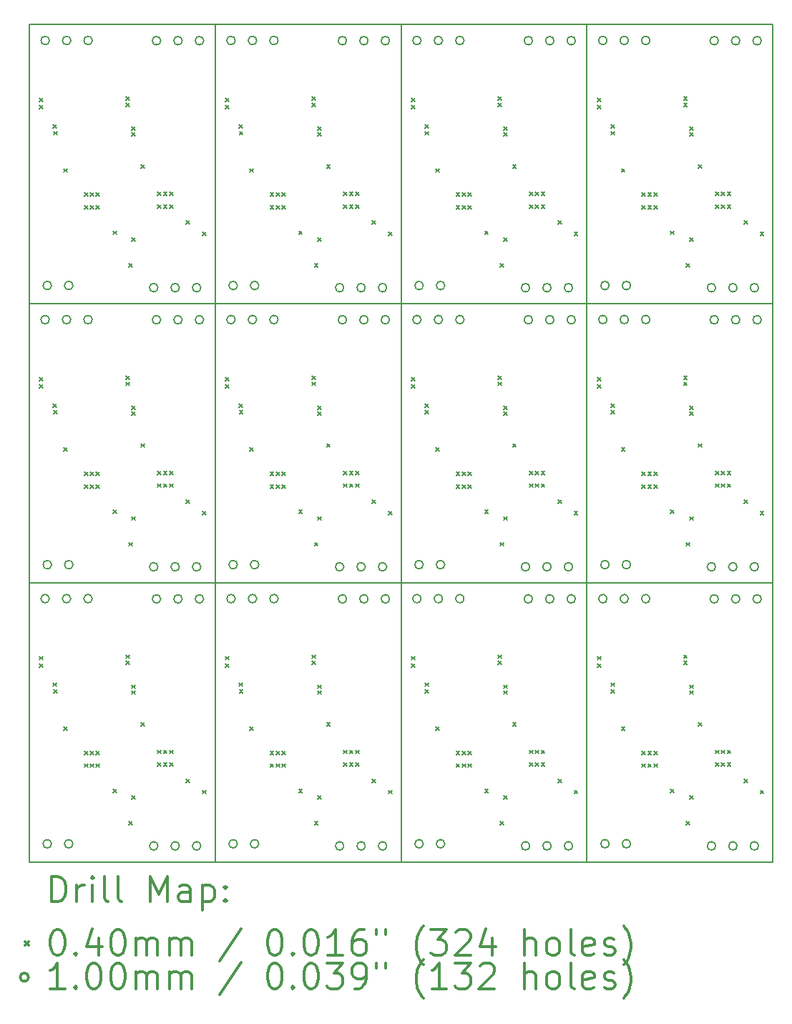
<source format=gbr>
%FSLAX45Y45*%
G04 Gerber Fmt 4.5, Leading zero omitted, Abs format (unit mm)*
G04 Created by KiCad (PCBNEW 4.0.2-stable) date 11/12/2017 10:54:55 AM*
%MOMM*%
G01*
G04 APERTURE LIST*
%ADD10C,0.127000*%
%ADD11C,0.150000*%
%ADD12C,0.200000*%
%ADD13C,0.300000*%
G04 APERTURE END LIST*
D10*
D11*
X10200000Y-11100000D02*
X10200000Y-14400000D01*
X12400000Y-11100000D02*
X12400000Y-14400000D01*
X12400000Y-14400000D02*
X12400000Y-11100000D01*
X12400000Y-14400000D02*
X10200000Y-14400000D01*
X10200000Y-14400000D02*
X8000000Y-14400000D01*
X8000000Y-14400000D02*
X8000000Y-11100000D01*
X10200000Y-14400000D02*
X10200000Y-11100000D01*
X10200000Y-11100000D02*
X12400000Y-11100000D01*
X12400000Y-11100000D02*
X10200000Y-11100000D01*
X8000000Y-11100000D02*
X10200000Y-11100000D01*
X10200000Y-11100000D02*
X8000000Y-11100000D01*
X14600000Y-14400000D02*
X14600000Y-11100000D01*
X14600000Y-14400000D02*
X12400000Y-14400000D01*
X14600000Y-11100000D02*
X14600000Y-14400000D01*
X16800000Y-14400000D02*
X14600000Y-14400000D01*
X16800000Y-11100000D02*
X16800000Y-14400000D01*
X16800000Y-11100000D02*
X14600000Y-11100000D01*
X12400000Y-11100000D02*
X14600000Y-11100000D01*
X14600000Y-11100000D02*
X16800000Y-11100000D01*
X14600000Y-11100000D02*
X12400000Y-11100000D01*
X14600000Y-7800000D02*
X14600000Y-11100000D01*
X16800000Y-11100000D02*
X14600000Y-11100000D01*
X16800000Y-7800000D02*
X16800000Y-11100000D01*
X14600000Y-7800000D02*
X16800000Y-7800000D01*
X12400000Y-11100000D02*
X10200000Y-11100000D01*
X10200000Y-11100000D02*
X8000000Y-11100000D01*
X8000000Y-11100000D02*
X8000000Y-7800000D01*
X8000000Y-7800000D02*
X10200000Y-7800000D01*
X10200000Y-7800000D02*
X10200000Y-11100000D01*
X10200000Y-7800000D02*
X12400000Y-7800000D01*
X10200000Y-11100000D02*
X10200000Y-7800000D01*
X12400000Y-7800000D02*
X14600000Y-7800000D01*
X12400000Y-11100000D02*
X12400000Y-7800000D01*
X14600000Y-11100000D02*
X14600000Y-7800000D01*
X14600000Y-11100000D02*
X12400000Y-11100000D01*
X12400000Y-7800000D02*
X12400000Y-11100000D01*
X14600000Y-7800000D02*
X14600000Y-4500000D01*
X12400000Y-7800000D02*
X12400000Y-4500000D01*
X12400000Y-4500000D02*
X14600000Y-4500000D01*
X14600000Y-4500000D02*
X14600000Y-7800000D01*
X16800000Y-7800000D02*
X14600000Y-7800000D01*
X16800000Y-4500000D02*
X16800000Y-7800000D01*
X14600000Y-4500000D02*
X16800000Y-4500000D01*
X14600000Y-7800000D02*
X12400000Y-7800000D01*
X12400000Y-7800000D02*
X10200000Y-7800000D01*
X10200000Y-7800000D02*
X10200000Y-4500000D01*
X10200000Y-4500000D02*
X12400000Y-4500000D01*
X12400000Y-4500000D02*
X12400000Y-7800000D01*
X8000000Y-7800000D02*
X8000000Y-4500000D01*
X10200000Y-7800000D02*
X8000000Y-7800000D01*
X10200000Y-4500000D02*
X10200000Y-7800000D01*
X8000000Y-4500000D02*
X10200000Y-4500000D01*
D12*
X8122240Y-5371540D02*
X8162240Y-5411540D01*
X8162240Y-5371540D02*
X8122240Y-5411540D01*
X8122240Y-5457900D02*
X8162240Y-5497900D01*
X8162240Y-5457900D02*
X8122240Y-5497900D01*
X8122240Y-8671540D02*
X8162240Y-8711540D01*
X8162240Y-8671540D02*
X8122240Y-8711540D01*
X8122240Y-8757900D02*
X8162240Y-8797900D01*
X8162240Y-8757900D02*
X8122240Y-8797900D01*
X8122240Y-11971540D02*
X8162240Y-12011540D01*
X8162240Y-11971540D02*
X8122240Y-12011540D01*
X8122240Y-12057900D02*
X8162240Y-12097900D01*
X8162240Y-12057900D02*
X8122240Y-12097900D01*
X8284800Y-5683580D02*
X8324800Y-5723580D01*
X8324800Y-5683580D02*
X8284800Y-5723580D01*
X8284800Y-8983580D02*
X8324800Y-9023580D01*
X8324800Y-8983580D02*
X8284800Y-9023580D01*
X8284800Y-12283580D02*
X8324800Y-12323580D01*
X8324800Y-12283580D02*
X8284800Y-12323580D01*
X8287340Y-5764860D02*
X8327340Y-5804860D01*
X8327340Y-5764860D02*
X8287340Y-5804860D01*
X8287340Y-9064860D02*
X8327340Y-9104860D01*
X8327340Y-9064860D02*
X8287340Y-9104860D01*
X8287340Y-12364860D02*
X8327340Y-12404860D01*
X8327340Y-12364860D02*
X8287340Y-12404860D01*
X8409260Y-6204280D02*
X8449260Y-6244280D01*
X8449260Y-6204280D02*
X8409260Y-6244280D01*
X8409260Y-9504280D02*
X8449260Y-9544280D01*
X8449260Y-9504280D02*
X8409260Y-9544280D01*
X8409260Y-12804280D02*
X8449260Y-12844280D01*
X8449260Y-12804280D02*
X8409260Y-12844280D01*
X8652340Y-6490160D02*
X8692340Y-6530160D01*
X8692340Y-6490160D02*
X8652340Y-6530160D01*
X8652340Y-6640160D02*
X8692340Y-6680160D01*
X8692340Y-6640160D02*
X8652340Y-6680160D01*
X8652340Y-9790160D02*
X8692340Y-9830160D01*
X8692340Y-9790160D02*
X8652340Y-9830160D01*
X8652340Y-9940160D02*
X8692340Y-9980160D01*
X8692340Y-9940160D02*
X8652340Y-9980160D01*
X8652340Y-13090160D02*
X8692340Y-13130160D01*
X8692340Y-13090160D02*
X8652340Y-13130160D01*
X8652340Y-13240160D02*
X8692340Y-13280160D01*
X8692340Y-13240160D02*
X8652340Y-13280160D01*
X8722340Y-6490160D02*
X8762340Y-6530160D01*
X8762340Y-6490160D02*
X8722340Y-6530160D01*
X8722340Y-6640160D02*
X8762340Y-6680160D01*
X8762340Y-6640160D02*
X8722340Y-6680160D01*
X8722340Y-9790160D02*
X8762340Y-9830160D01*
X8762340Y-9790160D02*
X8722340Y-9830160D01*
X8722340Y-9940160D02*
X8762340Y-9980160D01*
X8762340Y-9940160D02*
X8722340Y-9980160D01*
X8722340Y-13090160D02*
X8762340Y-13130160D01*
X8762340Y-13090160D02*
X8722340Y-13130160D01*
X8722340Y-13240160D02*
X8762340Y-13280160D01*
X8762340Y-13240160D02*
X8722340Y-13280160D01*
X8792340Y-6490160D02*
X8832340Y-6530160D01*
X8832340Y-6490160D02*
X8792340Y-6530160D01*
X8792340Y-6640160D02*
X8832340Y-6680160D01*
X8832340Y-6640160D02*
X8792340Y-6680160D01*
X8792340Y-9790160D02*
X8832340Y-9830160D01*
X8832340Y-9790160D02*
X8792340Y-9830160D01*
X8792340Y-9940160D02*
X8832340Y-9980160D01*
X8832340Y-9940160D02*
X8792340Y-9980160D01*
X8792340Y-13090160D02*
X8832340Y-13130160D01*
X8832340Y-13090160D02*
X8792340Y-13130160D01*
X8792340Y-13240160D02*
X8832340Y-13280160D01*
X8832340Y-13240160D02*
X8792340Y-13280160D01*
X8990920Y-6940880D02*
X9030920Y-6980880D01*
X9030920Y-6940880D02*
X8990920Y-6980880D01*
X8990920Y-10240880D02*
X9030920Y-10280880D01*
X9030920Y-10240880D02*
X8990920Y-10280880D01*
X8990920Y-13540880D02*
X9030920Y-13580880D01*
X9030920Y-13540880D02*
X8990920Y-13580880D01*
X9145860Y-5353760D02*
X9185860Y-5393760D01*
X9185860Y-5353760D02*
X9145860Y-5393760D01*
X9145860Y-5427420D02*
X9185860Y-5467420D01*
X9185860Y-5427420D02*
X9145860Y-5467420D01*
X9145860Y-8653760D02*
X9185860Y-8693760D01*
X9185860Y-8653760D02*
X9145860Y-8693760D01*
X9145860Y-8727420D02*
X9185860Y-8767420D01*
X9185860Y-8727420D02*
X9145860Y-8767420D01*
X9145860Y-11953760D02*
X9185860Y-11993760D01*
X9185860Y-11953760D02*
X9145860Y-11993760D01*
X9145860Y-12027420D02*
X9185860Y-12067420D01*
X9185860Y-12027420D02*
X9145860Y-12067420D01*
X9176340Y-7324420D02*
X9216340Y-7364420D01*
X9216340Y-7324420D02*
X9176340Y-7364420D01*
X9176340Y-10624420D02*
X9216340Y-10664420D01*
X9216340Y-10624420D02*
X9176340Y-10664420D01*
X9176340Y-13924420D02*
X9216340Y-13964420D01*
X9216340Y-13924420D02*
X9176340Y-13964420D01*
X9214440Y-5708980D02*
X9254440Y-5748980D01*
X9254440Y-5708980D02*
X9214440Y-5748980D01*
X9214440Y-5777560D02*
X9254440Y-5817560D01*
X9254440Y-5777560D02*
X9214440Y-5817560D01*
X9214440Y-7019620D02*
X9254440Y-7059620D01*
X9254440Y-7019620D02*
X9214440Y-7059620D01*
X9214440Y-9008980D02*
X9254440Y-9048980D01*
X9254440Y-9008980D02*
X9214440Y-9048980D01*
X9214440Y-9077560D02*
X9254440Y-9117560D01*
X9254440Y-9077560D02*
X9214440Y-9117560D01*
X9214440Y-10319620D02*
X9254440Y-10359620D01*
X9254440Y-10319620D02*
X9214440Y-10359620D01*
X9214440Y-12308980D02*
X9254440Y-12348980D01*
X9254440Y-12308980D02*
X9214440Y-12348980D01*
X9214440Y-12377560D02*
X9254440Y-12417560D01*
X9254440Y-12377560D02*
X9214440Y-12417560D01*
X9214440Y-13619620D02*
X9254440Y-13659620D01*
X9254440Y-13619620D02*
X9214440Y-13659620D01*
X9321120Y-6156020D02*
X9361120Y-6196020D01*
X9361120Y-6156020D02*
X9321120Y-6196020D01*
X9321120Y-9456020D02*
X9361120Y-9496020D01*
X9361120Y-9456020D02*
X9321120Y-9496020D01*
X9321120Y-12756020D02*
X9361120Y-12796020D01*
X9361120Y-12756020D02*
X9321120Y-12796020D01*
X9521020Y-6480000D02*
X9561020Y-6520000D01*
X9561020Y-6480000D02*
X9521020Y-6520000D01*
X9521020Y-6630000D02*
X9561020Y-6670000D01*
X9561020Y-6630000D02*
X9521020Y-6670000D01*
X9521020Y-9780000D02*
X9561020Y-9820000D01*
X9561020Y-9780000D02*
X9521020Y-9820000D01*
X9521020Y-9930000D02*
X9561020Y-9970000D01*
X9561020Y-9930000D02*
X9521020Y-9970000D01*
X9521020Y-13080000D02*
X9561020Y-13120000D01*
X9561020Y-13080000D02*
X9521020Y-13120000D01*
X9521020Y-13230000D02*
X9561020Y-13270000D01*
X9561020Y-13230000D02*
X9521020Y-13270000D01*
X9591020Y-6480000D02*
X9631020Y-6520000D01*
X9631020Y-6480000D02*
X9591020Y-6520000D01*
X9591020Y-6630000D02*
X9631020Y-6670000D01*
X9631020Y-6630000D02*
X9591020Y-6670000D01*
X9591020Y-9780000D02*
X9631020Y-9820000D01*
X9631020Y-9780000D02*
X9591020Y-9820000D01*
X9591020Y-9930000D02*
X9631020Y-9970000D01*
X9631020Y-9930000D02*
X9591020Y-9970000D01*
X9591020Y-13080000D02*
X9631020Y-13120000D01*
X9631020Y-13080000D02*
X9591020Y-13120000D01*
X9591020Y-13230000D02*
X9631020Y-13270000D01*
X9631020Y-13230000D02*
X9591020Y-13270000D01*
X9661020Y-6480000D02*
X9701020Y-6520000D01*
X9701020Y-6480000D02*
X9661020Y-6520000D01*
X9661020Y-6630000D02*
X9701020Y-6670000D01*
X9701020Y-6630000D02*
X9661020Y-6670000D01*
X9661020Y-9780000D02*
X9701020Y-9820000D01*
X9701020Y-9780000D02*
X9661020Y-9820000D01*
X9661020Y-9930000D02*
X9701020Y-9970000D01*
X9701020Y-9930000D02*
X9661020Y-9970000D01*
X9661020Y-13080000D02*
X9701020Y-13120000D01*
X9701020Y-13080000D02*
X9661020Y-13120000D01*
X9661020Y-13230000D02*
X9701020Y-13270000D01*
X9701020Y-13230000D02*
X9661020Y-13270000D01*
X9858590Y-6820870D02*
X9898590Y-6860870D01*
X9898590Y-6820870D02*
X9858590Y-6860870D01*
X9858590Y-10120870D02*
X9898590Y-10160870D01*
X9898590Y-10120870D02*
X9858590Y-10160870D01*
X9858590Y-13420870D02*
X9898590Y-13460870D01*
X9898590Y-13420870D02*
X9858590Y-13460870D01*
X10050100Y-6953960D02*
X10090100Y-6993960D01*
X10090100Y-6953960D02*
X10050100Y-6993960D01*
X10050100Y-10253960D02*
X10090100Y-10293960D01*
X10090100Y-10253960D02*
X10050100Y-10293960D01*
X10050100Y-13553960D02*
X10090100Y-13593960D01*
X10090100Y-13553960D02*
X10050100Y-13593960D01*
X10322240Y-5371540D02*
X10362240Y-5411540D01*
X10362240Y-5371540D02*
X10322240Y-5411540D01*
X10322240Y-5457900D02*
X10362240Y-5497900D01*
X10362240Y-5457900D02*
X10322240Y-5497900D01*
X10322240Y-8671540D02*
X10362240Y-8711540D01*
X10362240Y-8671540D02*
X10322240Y-8711540D01*
X10322240Y-8757900D02*
X10362240Y-8797900D01*
X10362240Y-8757900D02*
X10322240Y-8797900D01*
X10322240Y-11971540D02*
X10362240Y-12011540D01*
X10362240Y-11971540D02*
X10322240Y-12011540D01*
X10322240Y-12057900D02*
X10362240Y-12097900D01*
X10362240Y-12057900D02*
X10322240Y-12097900D01*
X10484800Y-5683580D02*
X10524800Y-5723580D01*
X10524800Y-5683580D02*
X10484800Y-5723580D01*
X10484800Y-8983580D02*
X10524800Y-9023580D01*
X10524800Y-8983580D02*
X10484800Y-9023580D01*
X10484800Y-12283580D02*
X10524800Y-12323580D01*
X10524800Y-12283580D02*
X10484800Y-12323580D01*
X10487340Y-5764860D02*
X10527340Y-5804860D01*
X10527340Y-5764860D02*
X10487340Y-5804860D01*
X10487340Y-9064860D02*
X10527340Y-9104860D01*
X10527340Y-9064860D02*
X10487340Y-9104860D01*
X10487340Y-12364860D02*
X10527340Y-12404860D01*
X10527340Y-12364860D02*
X10487340Y-12404860D01*
X10609260Y-6204280D02*
X10649260Y-6244280D01*
X10649260Y-6204280D02*
X10609260Y-6244280D01*
X10609260Y-9504280D02*
X10649260Y-9544280D01*
X10649260Y-9504280D02*
X10609260Y-9544280D01*
X10609260Y-12804280D02*
X10649260Y-12844280D01*
X10649260Y-12804280D02*
X10609260Y-12844280D01*
X10852340Y-6490160D02*
X10892340Y-6530160D01*
X10892340Y-6490160D02*
X10852340Y-6530160D01*
X10852340Y-6640160D02*
X10892340Y-6680160D01*
X10892340Y-6640160D02*
X10852340Y-6680160D01*
X10852340Y-9790160D02*
X10892340Y-9830160D01*
X10892340Y-9790160D02*
X10852340Y-9830160D01*
X10852340Y-9940160D02*
X10892340Y-9980160D01*
X10892340Y-9940160D02*
X10852340Y-9980160D01*
X10852340Y-13090160D02*
X10892340Y-13130160D01*
X10892340Y-13090160D02*
X10852340Y-13130160D01*
X10852340Y-13240160D02*
X10892340Y-13280160D01*
X10892340Y-13240160D02*
X10852340Y-13280160D01*
X10922340Y-6490160D02*
X10962340Y-6530160D01*
X10962340Y-6490160D02*
X10922340Y-6530160D01*
X10922340Y-6640160D02*
X10962340Y-6680160D01*
X10962340Y-6640160D02*
X10922340Y-6680160D01*
X10922340Y-9790160D02*
X10962340Y-9830160D01*
X10962340Y-9790160D02*
X10922340Y-9830160D01*
X10922340Y-9940160D02*
X10962340Y-9980160D01*
X10962340Y-9940160D02*
X10922340Y-9980160D01*
X10922340Y-13090160D02*
X10962340Y-13130160D01*
X10962340Y-13090160D02*
X10922340Y-13130160D01*
X10922340Y-13240160D02*
X10962340Y-13280160D01*
X10962340Y-13240160D02*
X10922340Y-13280160D01*
X10992340Y-6490160D02*
X11032340Y-6530160D01*
X11032340Y-6490160D02*
X10992340Y-6530160D01*
X10992340Y-6640160D02*
X11032340Y-6680160D01*
X11032340Y-6640160D02*
X10992340Y-6680160D01*
X10992340Y-9790160D02*
X11032340Y-9830160D01*
X11032340Y-9790160D02*
X10992340Y-9830160D01*
X10992340Y-9940160D02*
X11032340Y-9980160D01*
X11032340Y-9940160D02*
X10992340Y-9980160D01*
X10992340Y-13090160D02*
X11032340Y-13130160D01*
X11032340Y-13090160D02*
X10992340Y-13130160D01*
X10992340Y-13240160D02*
X11032340Y-13280160D01*
X11032340Y-13240160D02*
X10992340Y-13280160D01*
X11190920Y-6940880D02*
X11230920Y-6980880D01*
X11230920Y-6940880D02*
X11190920Y-6980880D01*
X11190920Y-10240880D02*
X11230920Y-10280880D01*
X11230920Y-10240880D02*
X11190920Y-10280880D01*
X11190920Y-13540880D02*
X11230920Y-13580880D01*
X11230920Y-13540880D02*
X11190920Y-13580880D01*
X11345860Y-5353760D02*
X11385860Y-5393760D01*
X11385860Y-5353760D02*
X11345860Y-5393760D01*
X11345860Y-5427420D02*
X11385860Y-5467420D01*
X11385860Y-5427420D02*
X11345860Y-5467420D01*
X11345860Y-8653760D02*
X11385860Y-8693760D01*
X11385860Y-8653760D02*
X11345860Y-8693760D01*
X11345860Y-8727420D02*
X11385860Y-8767420D01*
X11385860Y-8727420D02*
X11345860Y-8767420D01*
X11345860Y-11953760D02*
X11385860Y-11993760D01*
X11385860Y-11953760D02*
X11345860Y-11993760D01*
X11345860Y-12027420D02*
X11385860Y-12067420D01*
X11385860Y-12027420D02*
X11345860Y-12067420D01*
X11376340Y-7324420D02*
X11416340Y-7364420D01*
X11416340Y-7324420D02*
X11376340Y-7364420D01*
X11376340Y-10624420D02*
X11416340Y-10664420D01*
X11416340Y-10624420D02*
X11376340Y-10664420D01*
X11376340Y-13924420D02*
X11416340Y-13964420D01*
X11416340Y-13924420D02*
X11376340Y-13964420D01*
X11414440Y-5708980D02*
X11454440Y-5748980D01*
X11454440Y-5708980D02*
X11414440Y-5748980D01*
X11414440Y-5777560D02*
X11454440Y-5817560D01*
X11454440Y-5777560D02*
X11414440Y-5817560D01*
X11414440Y-7019620D02*
X11454440Y-7059620D01*
X11454440Y-7019620D02*
X11414440Y-7059620D01*
X11414440Y-9008980D02*
X11454440Y-9048980D01*
X11454440Y-9008980D02*
X11414440Y-9048980D01*
X11414440Y-9077560D02*
X11454440Y-9117560D01*
X11454440Y-9077560D02*
X11414440Y-9117560D01*
X11414440Y-10319620D02*
X11454440Y-10359620D01*
X11454440Y-10319620D02*
X11414440Y-10359620D01*
X11414440Y-12308980D02*
X11454440Y-12348980D01*
X11454440Y-12308980D02*
X11414440Y-12348980D01*
X11414440Y-12377560D02*
X11454440Y-12417560D01*
X11454440Y-12377560D02*
X11414440Y-12417560D01*
X11414440Y-13619620D02*
X11454440Y-13659620D01*
X11454440Y-13619620D02*
X11414440Y-13659620D01*
X11521120Y-6156020D02*
X11561120Y-6196020D01*
X11561120Y-6156020D02*
X11521120Y-6196020D01*
X11521120Y-9456020D02*
X11561120Y-9496020D01*
X11561120Y-9456020D02*
X11521120Y-9496020D01*
X11521120Y-12756020D02*
X11561120Y-12796020D01*
X11561120Y-12756020D02*
X11521120Y-12796020D01*
X11721020Y-6480000D02*
X11761020Y-6520000D01*
X11761020Y-6480000D02*
X11721020Y-6520000D01*
X11721020Y-6630000D02*
X11761020Y-6670000D01*
X11761020Y-6630000D02*
X11721020Y-6670000D01*
X11721020Y-9780000D02*
X11761020Y-9820000D01*
X11761020Y-9780000D02*
X11721020Y-9820000D01*
X11721020Y-9930000D02*
X11761020Y-9970000D01*
X11761020Y-9930000D02*
X11721020Y-9970000D01*
X11721020Y-13080000D02*
X11761020Y-13120000D01*
X11761020Y-13080000D02*
X11721020Y-13120000D01*
X11721020Y-13230000D02*
X11761020Y-13270000D01*
X11761020Y-13230000D02*
X11721020Y-13270000D01*
X11791020Y-6480000D02*
X11831020Y-6520000D01*
X11831020Y-6480000D02*
X11791020Y-6520000D01*
X11791020Y-6630000D02*
X11831020Y-6670000D01*
X11831020Y-6630000D02*
X11791020Y-6670000D01*
X11791020Y-9780000D02*
X11831020Y-9820000D01*
X11831020Y-9780000D02*
X11791020Y-9820000D01*
X11791020Y-9930000D02*
X11831020Y-9970000D01*
X11831020Y-9930000D02*
X11791020Y-9970000D01*
X11791020Y-13080000D02*
X11831020Y-13120000D01*
X11831020Y-13080000D02*
X11791020Y-13120000D01*
X11791020Y-13230000D02*
X11831020Y-13270000D01*
X11831020Y-13230000D02*
X11791020Y-13270000D01*
X11861020Y-6480000D02*
X11901020Y-6520000D01*
X11901020Y-6480000D02*
X11861020Y-6520000D01*
X11861020Y-6630000D02*
X11901020Y-6670000D01*
X11901020Y-6630000D02*
X11861020Y-6670000D01*
X11861020Y-9780000D02*
X11901020Y-9820000D01*
X11901020Y-9780000D02*
X11861020Y-9820000D01*
X11861020Y-9930000D02*
X11901020Y-9970000D01*
X11901020Y-9930000D02*
X11861020Y-9970000D01*
X11861020Y-13080000D02*
X11901020Y-13120000D01*
X11901020Y-13080000D02*
X11861020Y-13120000D01*
X11861020Y-13230000D02*
X11901020Y-13270000D01*
X11901020Y-13230000D02*
X11861020Y-13270000D01*
X12058590Y-6820870D02*
X12098590Y-6860870D01*
X12098590Y-6820870D02*
X12058590Y-6860870D01*
X12058590Y-10120870D02*
X12098590Y-10160870D01*
X12098590Y-10120870D02*
X12058590Y-10160870D01*
X12058590Y-13420870D02*
X12098590Y-13460870D01*
X12098590Y-13420870D02*
X12058590Y-13460870D01*
X12250100Y-6953960D02*
X12290100Y-6993960D01*
X12290100Y-6953960D02*
X12250100Y-6993960D01*
X12250100Y-10253960D02*
X12290100Y-10293960D01*
X12290100Y-10253960D02*
X12250100Y-10293960D01*
X12250100Y-13553960D02*
X12290100Y-13593960D01*
X12290100Y-13553960D02*
X12250100Y-13593960D01*
X12522240Y-5371540D02*
X12562240Y-5411540D01*
X12562240Y-5371540D02*
X12522240Y-5411540D01*
X12522240Y-5457900D02*
X12562240Y-5497900D01*
X12562240Y-5457900D02*
X12522240Y-5497900D01*
X12522240Y-8671540D02*
X12562240Y-8711540D01*
X12562240Y-8671540D02*
X12522240Y-8711540D01*
X12522240Y-8757900D02*
X12562240Y-8797900D01*
X12562240Y-8757900D02*
X12522240Y-8797900D01*
X12522240Y-11971540D02*
X12562240Y-12011540D01*
X12562240Y-11971540D02*
X12522240Y-12011540D01*
X12522240Y-12057900D02*
X12562240Y-12097900D01*
X12562240Y-12057900D02*
X12522240Y-12097900D01*
X12684800Y-5683580D02*
X12724800Y-5723580D01*
X12724800Y-5683580D02*
X12684800Y-5723580D01*
X12684800Y-8983580D02*
X12724800Y-9023580D01*
X12724800Y-8983580D02*
X12684800Y-9023580D01*
X12684800Y-12283580D02*
X12724800Y-12323580D01*
X12724800Y-12283580D02*
X12684800Y-12323580D01*
X12687340Y-5764860D02*
X12727340Y-5804860D01*
X12727340Y-5764860D02*
X12687340Y-5804860D01*
X12687340Y-9064860D02*
X12727340Y-9104860D01*
X12727340Y-9064860D02*
X12687340Y-9104860D01*
X12687340Y-12364860D02*
X12727340Y-12404860D01*
X12727340Y-12364860D02*
X12687340Y-12404860D01*
X12809260Y-6204280D02*
X12849260Y-6244280D01*
X12849260Y-6204280D02*
X12809260Y-6244280D01*
X12809260Y-9504280D02*
X12849260Y-9544280D01*
X12849260Y-9504280D02*
X12809260Y-9544280D01*
X12809260Y-12804280D02*
X12849260Y-12844280D01*
X12849260Y-12804280D02*
X12809260Y-12844280D01*
X13052340Y-6490160D02*
X13092340Y-6530160D01*
X13092340Y-6490160D02*
X13052340Y-6530160D01*
X13052340Y-6640160D02*
X13092340Y-6680160D01*
X13092340Y-6640160D02*
X13052340Y-6680160D01*
X13052340Y-9790160D02*
X13092340Y-9830160D01*
X13092340Y-9790160D02*
X13052340Y-9830160D01*
X13052340Y-9940160D02*
X13092340Y-9980160D01*
X13092340Y-9940160D02*
X13052340Y-9980160D01*
X13052340Y-13090160D02*
X13092340Y-13130160D01*
X13092340Y-13090160D02*
X13052340Y-13130160D01*
X13052340Y-13240160D02*
X13092340Y-13280160D01*
X13092340Y-13240160D02*
X13052340Y-13280160D01*
X13122340Y-6490160D02*
X13162340Y-6530160D01*
X13162340Y-6490160D02*
X13122340Y-6530160D01*
X13122340Y-6640160D02*
X13162340Y-6680160D01*
X13162340Y-6640160D02*
X13122340Y-6680160D01*
X13122340Y-9790160D02*
X13162340Y-9830160D01*
X13162340Y-9790160D02*
X13122340Y-9830160D01*
X13122340Y-9940160D02*
X13162340Y-9980160D01*
X13162340Y-9940160D02*
X13122340Y-9980160D01*
X13122340Y-13090160D02*
X13162340Y-13130160D01*
X13162340Y-13090160D02*
X13122340Y-13130160D01*
X13122340Y-13240160D02*
X13162340Y-13280160D01*
X13162340Y-13240160D02*
X13122340Y-13280160D01*
X13192340Y-6490160D02*
X13232340Y-6530160D01*
X13232340Y-6490160D02*
X13192340Y-6530160D01*
X13192340Y-6640160D02*
X13232340Y-6680160D01*
X13232340Y-6640160D02*
X13192340Y-6680160D01*
X13192340Y-9790160D02*
X13232340Y-9830160D01*
X13232340Y-9790160D02*
X13192340Y-9830160D01*
X13192340Y-9940160D02*
X13232340Y-9980160D01*
X13232340Y-9940160D02*
X13192340Y-9980160D01*
X13192340Y-13090160D02*
X13232340Y-13130160D01*
X13232340Y-13090160D02*
X13192340Y-13130160D01*
X13192340Y-13240160D02*
X13232340Y-13280160D01*
X13232340Y-13240160D02*
X13192340Y-13280160D01*
X13390920Y-6940880D02*
X13430920Y-6980880D01*
X13430920Y-6940880D02*
X13390920Y-6980880D01*
X13390920Y-10240880D02*
X13430920Y-10280880D01*
X13430920Y-10240880D02*
X13390920Y-10280880D01*
X13390920Y-13540880D02*
X13430920Y-13580880D01*
X13430920Y-13540880D02*
X13390920Y-13580880D01*
X13545860Y-5353760D02*
X13585860Y-5393760D01*
X13585860Y-5353760D02*
X13545860Y-5393760D01*
X13545860Y-5427420D02*
X13585860Y-5467420D01*
X13585860Y-5427420D02*
X13545860Y-5467420D01*
X13545860Y-8653760D02*
X13585860Y-8693760D01*
X13585860Y-8653760D02*
X13545860Y-8693760D01*
X13545860Y-8727420D02*
X13585860Y-8767420D01*
X13585860Y-8727420D02*
X13545860Y-8767420D01*
X13545860Y-11953760D02*
X13585860Y-11993760D01*
X13585860Y-11953760D02*
X13545860Y-11993760D01*
X13545860Y-12027420D02*
X13585860Y-12067420D01*
X13585860Y-12027420D02*
X13545860Y-12067420D01*
X13576340Y-7324420D02*
X13616340Y-7364420D01*
X13616340Y-7324420D02*
X13576340Y-7364420D01*
X13576340Y-10624420D02*
X13616340Y-10664420D01*
X13616340Y-10624420D02*
X13576340Y-10664420D01*
X13576340Y-13924420D02*
X13616340Y-13964420D01*
X13616340Y-13924420D02*
X13576340Y-13964420D01*
X13614440Y-5708980D02*
X13654440Y-5748980D01*
X13654440Y-5708980D02*
X13614440Y-5748980D01*
X13614440Y-5777560D02*
X13654440Y-5817560D01*
X13654440Y-5777560D02*
X13614440Y-5817560D01*
X13614440Y-7019620D02*
X13654440Y-7059620D01*
X13654440Y-7019620D02*
X13614440Y-7059620D01*
X13614440Y-9008980D02*
X13654440Y-9048980D01*
X13654440Y-9008980D02*
X13614440Y-9048980D01*
X13614440Y-9077560D02*
X13654440Y-9117560D01*
X13654440Y-9077560D02*
X13614440Y-9117560D01*
X13614440Y-10319620D02*
X13654440Y-10359620D01*
X13654440Y-10319620D02*
X13614440Y-10359620D01*
X13614440Y-12308980D02*
X13654440Y-12348980D01*
X13654440Y-12308980D02*
X13614440Y-12348980D01*
X13614440Y-12377560D02*
X13654440Y-12417560D01*
X13654440Y-12377560D02*
X13614440Y-12417560D01*
X13614440Y-13619620D02*
X13654440Y-13659620D01*
X13654440Y-13619620D02*
X13614440Y-13659620D01*
X13721120Y-6156020D02*
X13761120Y-6196020D01*
X13761120Y-6156020D02*
X13721120Y-6196020D01*
X13721120Y-9456020D02*
X13761120Y-9496020D01*
X13761120Y-9456020D02*
X13721120Y-9496020D01*
X13721120Y-12756020D02*
X13761120Y-12796020D01*
X13761120Y-12756020D02*
X13721120Y-12796020D01*
X13921020Y-6480000D02*
X13961020Y-6520000D01*
X13961020Y-6480000D02*
X13921020Y-6520000D01*
X13921020Y-6630000D02*
X13961020Y-6670000D01*
X13961020Y-6630000D02*
X13921020Y-6670000D01*
X13921020Y-9780000D02*
X13961020Y-9820000D01*
X13961020Y-9780000D02*
X13921020Y-9820000D01*
X13921020Y-9930000D02*
X13961020Y-9970000D01*
X13961020Y-9930000D02*
X13921020Y-9970000D01*
X13921020Y-13080000D02*
X13961020Y-13120000D01*
X13961020Y-13080000D02*
X13921020Y-13120000D01*
X13921020Y-13230000D02*
X13961020Y-13270000D01*
X13961020Y-13230000D02*
X13921020Y-13270000D01*
X13991020Y-6480000D02*
X14031020Y-6520000D01*
X14031020Y-6480000D02*
X13991020Y-6520000D01*
X13991020Y-6630000D02*
X14031020Y-6670000D01*
X14031020Y-6630000D02*
X13991020Y-6670000D01*
X13991020Y-9780000D02*
X14031020Y-9820000D01*
X14031020Y-9780000D02*
X13991020Y-9820000D01*
X13991020Y-9930000D02*
X14031020Y-9970000D01*
X14031020Y-9930000D02*
X13991020Y-9970000D01*
X13991020Y-13080000D02*
X14031020Y-13120000D01*
X14031020Y-13080000D02*
X13991020Y-13120000D01*
X13991020Y-13230000D02*
X14031020Y-13270000D01*
X14031020Y-13230000D02*
X13991020Y-13270000D01*
X14061020Y-6480000D02*
X14101020Y-6520000D01*
X14101020Y-6480000D02*
X14061020Y-6520000D01*
X14061020Y-6630000D02*
X14101020Y-6670000D01*
X14101020Y-6630000D02*
X14061020Y-6670000D01*
X14061020Y-9780000D02*
X14101020Y-9820000D01*
X14101020Y-9780000D02*
X14061020Y-9820000D01*
X14061020Y-9930000D02*
X14101020Y-9970000D01*
X14101020Y-9930000D02*
X14061020Y-9970000D01*
X14061020Y-13080000D02*
X14101020Y-13120000D01*
X14101020Y-13080000D02*
X14061020Y-13120000D01*
X14061020Y-13230000D02*
X14101020Y-13270000D01*
X14101020Y-13230000D02*
X14061020Y-13270000D01*
X14258590Y-6820870D02*
X14298590Y-6860870D01*
X14298590Y-6820870D02*
X14258590Y-6860870D01*
X14258590Y-10120870D02*
X14298590Y-10160870D01*
X14298590Y-10120870D02*
X14258590Y-10160870D01*
X14258590Y-13420870D02*
X14298590Y-13460870D01*
X14298590Y-13420870D02*
X14258590Y-13460870D01*
X14450100Y-6953960D02*
X14490100Y-6993960D01*
X14490100Y-6953960D02*
X14450100Y-6993960D01*
X14450100Y-10253960D02*
X14490100Y-10293960D01*
X14490100Y-10253960D02*
X14450100Y-10293960D01*
X14450100Y-13553960D02*
X14490100Y-13593960D01*
X14490100Y-13553960D02*
X14450100Y-13593960D01*
X14722240Y-5371540D02*
X14762240Y-5411540D01*
X14762240Y-5371540D02*
X14722240Y-5411540D01*
X14722240Y-5457900D02*
X14762240Y-5497900D01*
X14762240Y-5457900D02*
X14722240Y-5497900D01*
X14722240Y-8671540D02*
X14762240Y-8711540D01*
X14762240Y-8671540D02*
X14722240Y-8711540D01*
X14722240Y-8757900D02*
X14762240Y-8797900D01*
X14762240Y-8757900D02*
X14722240Y-8797900D01*
X14722240Y-11971540D02*
X14762240Y-12011540D01*
X14762240Y-11971540D02*
X14722240Y-12011540D01*
X14722240Y-12057900D02*
X14762240Y-12097900D01*
X14762240Y-12057900D02*
X14722240Y-12097900D01*
X14884800Y-5683580D02*
X14924800Y-5723580D01*
X14924800Y-5683580D02*
X14884800Y-5723580D01*
X14884800Y-8983580D02*
X14924800Y-9023580D01*
X14924800Y-8983580D02*
X14884800Y-9023580D01*
X14884800Y-12283580D02*
X14924800Y-12323580D01*
X14924800Y-12283580D02*
X14884800Y-12323580D01*
X14887340Y-5764860D02*
X14927340Y-5804860D01*
X14927340Y-5764860D02*
X14887340Y-5804860D01*
X14887340Y-9064860D02*
X14927340Y-9104860D01*
X14927340Y-9064860D02*
X14887340Y-9104860D01*
X14887340Y-12364860D02*
X14927340Y-12404860D01*
X14927340Y-12364860D02*
X14887340Y-12404860D01*
X15009260Y-6204280D02*
X15049260Y-6244280D01*
X15049260Y-6204280D02*
X15009260Y-6244280D01*
X15009260Y-9504280D02*
X15049260Y-9544280D01*
X15049260Y-9504280D02*
X15009260Y-9544280D01*
X15009260Y-12804280D02*
X15049260Y-12844280D01*
X15049260Y-12804280D02*
X15009260Y-12844280D01*
X15252340Y-6490160D02*
X15292340Y-6530160D01*
X15292340Y-6490160D02*
X15252340Y-6530160D01*
X15252340Y-6640160D02*
X15292340Y-6680160D01*
X15292340Y-6640160D02*
X15252340Y-6680160D01*
X15252340Y-9790160D02*
X15292340Y-9830160D01*
X15292340Y-9790160D02*
X15252340Y-9830160D01*
X15252340Y-9940160D02*
X15292340Y-9980160D01*
X15292340Y-9940160D02*
X15252340Y-9980160D01*
X15252340Y-13090160D02*
X15292340Y-13130160D01*
X15292340Y-13090160D02*
X15252340Y-13130160D01*
X15252340Y-13240160D02*
X15292340Y-13280160D01*
X15292340Y-13240160D02*
X15252340Y-13280160D01*
X15322340Y-6490160D02*
X15362340Y-6530160D01*
X15362340Y-6490160D02*
X15322340Y-6530160D01*
X15322340Y-6640160D02*
X15362340Y-6680160D01*
X15362340Y-6640160D02*
X15322340Y-6680160D01*
X15322340Y-9790160D02*
X15362340Y-9830160D01*
X15362340Y-9790160D02*
X15322340Y-9830160D01*
X15322340Y-9940160D02*
X15362340Y-9980160D01*
X15362340Y-9940160D02*
X15322340Y-9980160D01*
X15322340Y-13090160D02*
X15362340Y-13130160D01*
X15362340Y-13090160D02*
X15322340Y-13130160D01*
X15322340Y-13240160D02*
X15362340Y-13280160D01*
X15362340Y-13240160D02*
X15322340Y-13280160D01*
X15392340Y-6490160D02*
X15432340Y-6530160D01*
X15432340Y-6490160D02*
X15392340Y-6530160D01*
X15392340Y-6640160D02*
X15432340Y-6680160D01*
X15432340Y-6640160D02*
X15392340Y-6680160D01*
X15392340Y-9790160D02*
X15432340Y-9830160D01*
X15432340Y-9790160D02*
X15392340Y-9830160D01*
X15392340Y-9940160D02*
X15432340Y-9980160D01*
X15432340Y-9940160D02*
X15392340Y-9980160D01*
X15392340Y-13090160D02*
X15432340Y-13130160D01*
X15432340Y-13090160D02*
X15392340Y-13130160D01*
X15392340Y-13240160D02*
X15432340Y-13280160D01*
X15432340Y-13240160D02*
X15392340Y-13280160D01*
X15590920Y-6940880D02*
X15630920Y-6980880D01*
X15630920Y-6940880D02*
X15590920Y-6980880D01*
X15590920Y-10240880D02*
X15630920Y-10280880D01*
X15630920Y-10240880D02*
X15590920Y-10280880D01*
X15590920Y-13540880D02*
X15630920Y-13580880D01*
X15630920Y-13540880D02*
X15590920Y-13580880D01*
X15745860Y-5353760D02*
X15785860Y-5393760D01*
X15785860Y-5353760D02*
X15745860Y-5393760D01*
X15745860Y-5427420D02*
X15785860Y-5467420D01*
X15785860Y-5427420D02*
X15745860Y-5467420D01*
X15745860Y-8653760D02*
X15785860Y-8693760D01*
X15785860Y-8653760D02*
X15745860Y-8693760D01*
X15745860Y-8727420D02*
X15785860Y-8767420D01*
X15785860Y-8727420D02*
X15745860Y-8767420D01*
X15745860Y-11953760D02*
X15785860Y-11993760D01*
X15785860Y-11953760D02*
X15745860Y-11993760D01*
X15745860Y-12027420D02*
X15785860Y-12067420D01*
X15785860Y-12027420D02*
X15745860Y-12067420D01*
X15776340Y-7324420D02*
X15816340Y-7364420D01*
X15816340Y-7324420D02*
X15776340Y-7364420D01*
X15776340Y-10624420D02*
X15816340Y-10664420D01*
X15816340Y-10624420D02*
X15776340Y-10664420D01*
X15776340Y-13924420D02*
X15816340Y-13964420D01*
X15816340Y-13924420D02*
X15776340Y-13964420D01*
X15814440Y-5708980D02*
X15854440Y-5748980D01*
X15854440Y-5708980D02*
X15814440Y-5748980D01*
X15814440Y-5777560D02*
X15854440Y-5817560D01*
X15854440Y-5777560D02*
X15814440Y-5817560D01*
X15814440Y-7019620D02*
X15854440Y-7059620D01*
X15854440Y-7019620D02*
X15814440Y-7059620D01*
X15814440Y-9008980D02*
X15854440Y-9048980D01*
X15854440Y-9008980D02*
X15814440Y-9048980D01*
X15814440Y-9077560D02*
X15854440Y-9117560D01*
X15854440Y-9077560D02*
X15814440Y-9117560D01*
X15814440Y-10319620D02*
X15854440Y-10359620D01*
X15854440Y-10319620D02*
X15814440Y-10359620D01*
X15814440Y-12308980D02*
X15854440Y-12348980D01*
X15854440Y-12308980D02*
X15814440Y-12348980D01*
X15814440Y-12377560D02*
X15854440Y-12417560D01*
X15854440Y-12377560D02*
X15814440Y-12417560D01*
X15814440Y-13619620D02*
X15854440Y-13659620D01*
X15854440Y-13619620D02*
X15814440Y-13659620D01*
X15921120Y-6156020D02*
X15961120Y-6196020D01*
X15961120Y-6156020D02*
X15921120Y-6196020D01*
X15921120Y-9456020D02*
X15961120Y-9496020D01*
X15961120Y-9456020D02*
X15921120Y-9496020D01*
X15921120Y-12756020D02*
X15961120Y-12796020D01*
X15961120Y-12756020D02*
X15921120Y-12796020D01*
X16121020Y-6480000D02*
X16161020Y-6520000D01*
X16161020Y-6480000D02*
X16121020Y-6520000D01*
X16121020Y-6630000D02*
X16161020Y-6670000D01*
X16161020Y-6630000D02*
X16121020Y-6670000D01*
X16121020Y-9780000D02*
X16161020Y-9820000D01*
X16161020Y-9780000D02*
X16121020Y-9820000D01*
X16121020Y-9930000D02*
X16161020Y-9970000D01*
X16161020Y-9930000D02*
X16121020Y-9970000D01*
X16121020Y-13080000D02*
X16161020Y-13120000D01*
X16161020Y-13080000D02*
X16121020Y-13120000D01*
X16121020Y-13230000D02*
X16161020Y-13270000D01*
X16161020Y-13230000D02*
X16121020Y-13270000D01*
X16191020Y-6480000D02*
X16231020Y-6520000D01*
X16231020Y-6480000D02*
X16191020Y-6520000D01*
X16191020Y-6630000D02*
X16231020Y-6670000D01*
X16231020Y-6630000D02*
X16191020Y-6670000D01*
X16191020Y-9780000D02*
X16231020Y-9820000D01*
X16231020Y-9780000D02*
X16191020Y-9820000D01*
X16191020Y-9930000D02*
X16231020Y-9970000D01*
X16231020Y-9930000D02*
X16191020Y-9970000D01*
X16191020Y-13080000D02*
X16231020Y-13120000D01*
X16231020Y-13080000D02*
X16191020Y-13120000D01*
X16191020Y-13230000D02*
X16231020Y-13270000D01*
X16231020Y-13230000D02*
X16191020Y-13270000D01*
X16261020Y-6480000D02*
X16301020Y-6520000D01*
X16301020Y-6480000D02*
X16261020Y-6520000D01*
X16261020Y-6630000D02*
X16301020Y-6670000D01*
X16301020Y-6630000D02*
X16261020Y-6670000D01*
X16261020Y-9780000D02*
X16301020Y-9820000D01*
X16301020Y-9780000D02*
X16261020Y-9820000D01*
X16261020Y-9930000D02*
X16301020Y-9970000D01*
X16301020Y-9930000D02*
X16261020Y-9970000D01*
X16261020Y-13080000D02*
X16301020Y-13120000D01*
X16301020Y-13080000D02*
X16261020Y-13120000D01*
X16261020Y-13230000D02*
X16301020Y-13270000D01*
X16301020Y-13230000D02*
X16261020Y-13270000D01*
X16458590Y-6820870D02*
X16498590Y-6860870D01*
X16498590Y-6820870D02*
X16458590Y-6860870D01*
X16458590Y-10120870D02*
X16498590Y-10160870D01*
X16498590Y-10120870D02*
X16458590Y-10160870D01*
X16458590Y-13420870D02*
X16498590Y-13460870D01*
X16498590Y-13420870D02*
X16458590Y-13460870D01*
X16650100Y-6953960D02*
X16690100Y-6993960D01*
X16690100Y-6953960D02*
X16650100Y-6993960D01*
X16650100Y-10253960D02*
X16690100Y-10293960D01*
X16690100Y-10253960D02*
X16650100Y-10293960D01*
X16650100Y-13553960D02*
X16690100Y-13593960D01*
X16690100Y-13553960D02*
X16650100Y-13593960D01*
X8237960Y-4687960D02*
G75*
G03X8237960Y-4687960I-50000J0D01*
G01*
X8237960Y-7987960D02*
G75*
G03X8237960Y-7987960I-50000J0D01*
G01*
X8237960Y-11287960D02*
G75*
G03X8237960Y-11287960I-50000J0D01*
G01*
X8263360Y-7585720D02*
G75*
G03X8263360Y-7585720I-50000J0D01*
G01*
X8263360Y-10885720D02*
G75*
G03X8263360Y-10885720I-50000J0D01*
G01*
X8263360Y-14185720D02*
G75*
G03X8263360Y-14185720I-50000J0D01*
G01*
X8491960Y-4687960D02*
G75*
G03X8491960Y-4687960I-50000J0D01*
G01*
X8491960Y-7987960D02*
G75*
G03X8491960Y-7987960I-50000J0D01*
G01*
X8491960Y-11287960D02*
G75*
G03X8491960Y-11287960I-50000J0D01*
G01*
X8517360Y-7585720D02*
G75*
G03X8517360Y-7585720I-50000J0D01*
G01*
X8517360Y-10885720D02*
G75*
G03X8517360Y-10885720I-50000J0D01*
G01*
X8517360Y-14185720D02*
G75*
G03X8517360Y-14185720I-50000J0D01*
G01*
X8745960Y-4687960D02*
G75*
G03X8745960Y-4687960I-50000J0D01*
G01*
X8745960Y-7987960D02*
G75*
G03X8745960Y-7987960I-50000J0D01*
G01*
X8745960Y-11287960D02*
G75*
G03X8745960Y-11287960I-50000J0D01*
G01*
X9523200Y-7611120D02*
G75*
G03X9523200Y-7611120I-50000J0D01*
G01*
X9523200Y-10911120D02*
G75*
G03X9523200Y-10911120I-50000J0D01*
G01*
X9523200Y-14211120D02*
G75*
G03X9523200Y-14211120I-50000J0D01*
G01*
X9556220Y-4690500D02*
G75*
G03X9556220Y-4690500I-50000J0D01*
G01*
X9556220Y-7990500D02*
G75*
G03X9556220Y-7990500I-50000J0D01*
G01*
X9556220Y-11290500D02*
G75*
G03X9556220Y-11290500I-50000J0D01*
G01*
X9777200Y-7611120D02*
G75*
G03X9777200Y-7611120I-50000J0D01*
G01*
X9777200Y-10911120D02*
G75*
G03X9777200Y-10911120I-50000J0D01*
G01*
X9777200Y-14211120D02*
G75*
G03X9777200Y-14211120I-50000J0D01*
G01*
X9810220Y-4690500D02*
G75*
G03X9810220Y-4690500I-50000J0D01*
G01*
X9810220Y-7990500D02*
G75*
G03X9810220Y-7990500I-50000J0D01*
G01*
X9810220Y-11290500D02*
G75*
G03X9810220Y-11290500I-50000J0D01*
G01*
X10031200Y-7611120D02*
G75*
G03X10031200Y-7611120I-50000J0D01*
G01*
X10031200Y-10911120D02*
G75*
G03X10031200Y-10911120I-50000J0D01*
G01*
X10031200Y-14211120D02*
G75*
G03X10031200Y-14211120I-50000J0D01*
G01*
X10064220Y-4690500D02*
G75*
G03X10064220Y-4690500I-50000J0D01*
G01*
X10064220Y-7990500D02*
G75*
G03X10064220Y-7990500I-50000J0D01*
G01*
X10064220Y-11290500D02*
G75*
G03X10064220Y-11290500I-50000J0D01*
G01*
X10437960Y-4687960D02*
G75*
G03X10437960Y-4687960I-50000J0D01*
G01*
X10437960Y-7987960D02*
G75*
G03X10437960Y-7987960I-50000J0D01*
G01*
X10437960Y-11287960D02*
G75*
G03X10437960Y-11287960I-50000J0D01*
G01*
X10463360Y-7585720D02*
G75*
G03X10463360Y-7585720I-50000J0D01*
G01*
X10463360Y-10885720D02*
G75*
G03X10463360Y-10885720I-50000J0D01*
G01*
X10463360Y-14185720D02*
G75*
G03X10463360Y-14185720I-50000J0D01*
G01*
X10691960Y-4687960D02*
G75*
G03X10691960Y-4687960I-50000J0D01*
G01*
X10691960Y-7987960D02*
G75*
G03X10691960Y-7987960I-50000J0D01*
G01*
X10691960Y-11287960D02*
G75*
G03X10691960Y-11287960I-50000J0D01*
G01*
X10717360Y-7585720D02*
G75*
G03X10717360Y-7585720I-50000J0D01*
G01*
X10717360Y-10885720D02*
G75*
G03X10717360Y-10885720I-50000J0D01*
G01*
X10717360Y-14185720D02*
G75*
G03X10717360Y-14185720I-50000J0D01*
G01*
X10945960Y-4687960D02*
G75*
G03X10945960Y-4687960I-50000J0D01*
G01*
X10945960Y-7987960D02*
G75*
G03X10945960Y-7987960I-50000J0D01*
G01*
X10945960Y-11287960D02*
G75*
G03X10945960Y-11287960I-50000J0D01*
G01*
X11723200Y-7611120D02*
G75*
G03X11723200Y-7611120I-50000J0D01*
G01*
X11723200Y-10911120D02*
G75*
G03X11723200Y-10911120I-50000J0D01*
G01*
X11723200Y-14211120D02*
G75*
G03X11723200Y-14211120I-50000J0D01*
G01*
X11756220Y-4690500D02*
G75*
G03X11756220Y-4690500I-50000J0D01*
G01*
X11756220Y-7990500D02*
G75*
G03X11756220Y-7990500I-50000J0D01*
G01*
X11756220Y-11290500D02*
G75*
G03X11756220Y-11290500I-50000J0D01*
G01*
X11977200Y-7611120D02*
G75*
G03X11977200Y-7611120I-50000J0D01*
G01*
X11977200Y-10911120D02*
G75*
G03X11977200Y-10911120I-50000J0D01*
G01*
X11977200Y-14211120D02*
G75*
G03X11977200Y-14211120I-50000J0D01*
G01*
X12010220Y-4690500D02*
G75*
G03X12010220Y-4690500I-50000J0D01*
G01*
X12010220Y-7990500D02*
G75*
G03X12010220Y-7990500I-50000J0D01*
G01*
X12010220Y-11290500D02*
G75*
G03X12010220Y-11290500I-50000J0D01*
G01*
X12231200Y-7611120D02*
G75*
G03X12231200Y-7611120I-50000J0D01*
G01*
X12231200Y-10911120D02*
G75*
G03X12231200Y-10911120I-50000J0D01*
G01*
X12231200Y-14211120D02*
G75*
G03X12231200Y-14211120I-50000J0D01*
G01*
X12264220Y-4690500D02*
G75*
G03X12264220Y-4690500I-50000J0D01*
G01*
X12264220Y-7990500D02*
G75*
G03X12264220Y-7990500I-50000J0D01*
G01*
X12264220Y-11290500D02*
G75*
G03X12264220Y-11290500I-50000J0D01*
G01*
X12637960Y-4687960D02*
G75*
G03X12637960Y-4687960I-50000J0D01*
G01*
X12637960Y-7987960D02*
G75*
G03X12637960Y-7987960I-50000J0D01*
G01*
X12637960Y-11287960D02*
G75*
G03X12637960Y-11287960I-50000J0D01*
G01*
X12663360Y-7585720D02*
G75*
G03X12663360Y-7585720I-50000J0D01*
G01*
X12663360Y-10885720D02*
G75*
G03X12663360Y-10885720I-50000J0D01*
G01*
X12663360Y-14185720D02*
G75*
G03X12663360Y-14185720I-50000J0D01*
G01*
X12891960Y-4687960D02*
G75*
G03X12891960Y-4687960I-50000J0D01*
G01*
X12891960Y-7987960D02*
G75*
G03X12891960Y-7987960I-50000J0D01*
G01*
X12891960Y-11287960D02*
G75*
G03X12891960Y-11287960I-50000J0D01*
G01*
X12917360Y-7585720D02*
G75*
G03X12917360Y-7585720I-50000J0D01*
G01*
X12917360Y-10885720D02*
G75*
G03X12917360Y-10885720I-50000J0D01*
G01*
X12917360Y-14185720D02*
G75*
G03X12917360Y-14185720I-50000J0D01*
G01*
X13145960Y-4687960D02*
G75*
G03X13145960Y-4687960I-50000J0D01*
G01*
X13145960Y-7987960D02*
G75*
G03X13145960Y-7987960I-50000J0D01*
G01*
X13145960Y-11287960D02*
G75*
G03X13145960Y-11287960I-50000J0D01*
G01*
X13923200Y-7611120D02*
G75*
G03X13923200Y-7611120I-50000J0D01*
G01*
X13923200Y-10911120D02*
G75*
G03X13923200Y-10911120I-50000J0D01*
G01*
X13923200Y-14211120D02*
G75*
G03X13923200Y-14211120I-50000J0D01*
G01*
X13956220Y-4690500D02*
G75*
G03X13956220Y-4690500I-50000J0D01*
G01*
X13956220Y-7990500D02*
G75*
G03X13956220Y-7990500I-50000J0D01*
G01*
X13956220Y-11290500D02*
G75*
G03X13956220Y-11290500I-50000J0D01*
G01*
X14177200Y-7611120D02*
G75*
G03X14177200Y-7611120I-50000J0D01*
G01*
X14177200Y-10911120D02*
G75*
G03X14177200Y-10911120I-50000J0D01*
G01*
X14177200Y-14211120D02*
G75*
G03X14177200Y-14211120I-50000J0D01*
G01*
X14210220Y-4690500D02*
G75*
G03X14210220Y-4690500I-50000J0D01*
G01*
X14210220Y-7990500D02*
G75*
G03X14210220Y-7990500I-50000J0D01*
G01*
X14210220Y-11290500D02*
G75*
G03X14210220Y-11290500I-50000J0D01*
G01*
X14431200Y-7611120D02*
G75*
G03X14431200Y-7611120I-50000J0D01*
G01*
X14431200Y-10911120D02*
G75*
G03X14431200Y-10911120I-50000J0D01*
G01*
X14431200Y-14211120D02*
G75*
G03X14431200Y-14211120I-50000J0D01*
G01*
X14464220Y-4690500D02*
G75*
G03X14464220Y-4690500I-50000J0D01*
G01*
X14464220Y-7990500D02*
G75*
G03X14464220Y-7990500I-50000J0D01*
G01*
X14464220Y-11290500D02*
G75*
G03X14464220Y-11290500I-50000J0D01*
G01*
X14837960Y-4687960D02*
G75*
G03X14837960Y-4687960I-50000J0D01*
G01*
X14837960Y-7987960D02*
G75*
G03X14837960Y-7987960I-50000J0D01*
G01*
X14837960Y-11287960D02*
G75*
G03X14837960Y-11287960I-50000J0D01*
G01*
X14863360Y-7585720D02*
G75*
G03X14863360Y-7585720I-50000J0D01*
G01*
X14863360Y-10885720D02*
G75*
G03X14863360Y-10885720I-50000J0D01*
G01*
X14863360Y-14185720D02*
G75*
G03X14863360Y-14185720I-50000J0D01*
G01*
X15091960Y-4687960D02*
G75*
G03X15091960Y-4687960I-50000J0D01*
G01*
X15091960Y-7987960D02*
G75*
G03X15091960Y-7987960I-50000J0D01*
G01*
X15091960Y-11287960D02*
G75*
G03X15091960Y-11287960I-50000J0D01*
G01*
X15117360Y-7585720D02*
G75*
G03X15117360Y-7585720I-50000J0D01*
G01*
X15117360Y-10885720D02*
G75*
G03X15117360Y-10885720I-50000J0D01*
G01*
X15117360Y-14185720D02*
G75*
G03X15117360Y-14185720I-50000J0D01*
G01*
X15345960Y-4687960D02*
G75*
G03X15345960Y-4687960I-50000J0D01*
G01*
X15345960Y-7987960D02*
G75*
G03X15345960Y-7987960I-50000J0D01*
G01*
X15345960Y-11287960D02*
G75*
G03X15345960Y-11287960I-50000J0D01*
G01*
X16123200Y-7611120D02*
G75*
G03X16123200Y-7611120I-50000J0D01*
G01*
X16123200Y-10911120D02*
G75*
G03X16123200Y-10911120I-50000J0D01*
G01*
X16123200Y-14211120D02*
G75*
G03X16123200Y-14211120I-50000J0D01*
G01*
X16156220Y-4690500D02*
G75*
G03X16156220Y-4690500I-50000J0D01*
G01*
X16156220Y-7990500D02*
G75*
G03X16156220Y-7990500I-50000J0D01*
G01*
X16156220Y-11290500D02*
G75*
G03X16156220Y-11290500I-50000J0D01*
G01*
X16377200Y-7611120D02*
G75*
G03X16377200Y-7611120I-50000J0D01*
G01*
X16377200Y-10911120D02*
G75*
G03X16377200Y-10911120I-50000J0D01*
G01*
X16377200Y-14211120D02*
G75*
G03X16377200Y-14211120I-50000J0D01*
G01*
X16410220Y-4690500D02*
G75*
G03X16410220Y-4690500I-50000J0D01*
G01*
X16410220Y-7990500D02*
G75*
G03X16410220Y-7990500I-50000J0D01*
G01*
X16410220Y-11290500D02*
G75*
G03X16410220Y-11290500I-50000J0D01*
G01*
X16631200Y-7611120D02*
G75*
G03X16631200Y-7611120I-50000J0D01*
G01*
X16631200Y-10911120D02*
G75*
G03X16631200Y-10911120I-50000J0D01*
G01*
X16631200Y-14211120D02*
G75*
G03X16631200Y-14211120I-50000J0D01*
G01*
X16664220Y-4690500D02*
G75*
G03X16664220Y-4690500I-50000J0D01*
G01*
X16664220Y-7990500D02*
G75*
G03X16664220Y-7990500I-50000J0D01*
G01*
X16664220Y-11290500D02*
G75*
G03X16664220Y-11290500I-50000J0D01*
G01*
D13*
X8263928Y-14873214D02*
X8263928Y-14573214D01*
X8335357Y-14573214D01*
X8378214Y-14587500D01*
X8406786Y-14616071D01*
X8421071Y-14644643D01*
X8435357Y-14701786D01*
X8435357Y-14744643D01*
X8421071Y-14801786D01*
X8406786Y-14830357D01*
X8378214Y-14858929D01*
X8335357Y-14873214D01*
X8263928Y-14873214D01*
X8563929Y-14873214D02*
X8563929Y-14673214D01*
X8563929Y-14730357D02*
X8578214Y-14701786D01*
X8592500Y-14687500D01*
X8621071Y-14673214D01*
X8649643Y-14673214D01*
X8749643Y-14873214D02*
X8749643Y-14673214D01*
X8749643Y-14573214D02*
X8735357Y-14587500D01*
X8749643Y-14601786D01*
X8763929Y-14587500D01*
X8749643Y-14573214D01*
X8749643Y-14601786D01*
X8935357Y-14873214D02*
X8906786Y-14858929D01*
X8892500Y-14830357D01*
X8892500Y-14573214D01*
X9092500Y-14873214D02*
X9063929Y-14858929D01*
X9049643Y-14830357D01*
X9049643Y-14573214D01*
X9435357Y-14873214D02*
X9435357Y-14573214D01*
X9535357Y-14787500D01*
X9635357Y-14573214D01*
X9635357Y-14873214D01*
X9906786Y-14873214D02*
X9906786Y-14716071D01*
X9892500Y-14687500D01*
X9863929Y-14673214D01*
X9806786Y-14673214D01*
X9778214Y-14687500D01*
X9906786Y-14858929D02*
X9878214Y-14873214D01*
X9806786Y-14873214D01*
X9778214Y-14858929D01*
X9763929Y-14830357D01*
X9763929Y-14801786D01*
X9778214Y-14773214D01*
X9806786Y-14758929D01*
X9878214Y-14758929D01*
X9906786Y-14744643D01*
X10049643Y-14673214D02*
X10049643Y-14973214D01*
X10049643Y-14687500D02*
X10078214Y-14673214D01*
X10135357Y-14673214D01*
X10163929Y-14687500D01*
X10178214Y-14701786D01*
X10192500Y-14730357D01*
X10192500Y-14816071D01*
X10178214Y-14844643D01*
X10163929Y-14858929D01*
X10135357Y-14873214D01*
X10078214Y-14873214D01*
X10049643Y-14858929D01*
X10321071Y-14844643D02*
X10335357Y-14858929D01*
X10321071Y-14873214D01*
X10306786Y-14858929D01*
X10321071Y-14844643D01*
X10321071Y-14873214D01*
X10321071Y-14687500D02*
X10335357Y-14701786D01*
X10321071Y-14716071D01*
X10306786Y-14701786D01*
X10321071Y-14687500D01*
X10321071Y-14716071D01*
X7952500Y-15347500D02*
X7992500Y-15387500D01*
X7992500Y-15347500D02*
X7952500Y-15387500D01*
X8321071Y-15203214D02*
X8349643Y-15203214D01*
X8378214Y-15217500D01*
X8392500Y-15231786D01*
X8406786Y-15260357D01*
X8421071Y-15317500D01*
X8421071Y-15388929D01*
X8406786Y-15446071D01*
X8392500Y-15474643D01*
X8378214Y-15488929D01*
X8349643Y-15503214D01*
X8321071Y-15503214D01*
X8292500Y-15488929D01*
X8278214Y-15474643D01*
X8263928Y-15446071D01*
X8249643Y-15388929D01*
X8249643Y-15317500D01*
X8263928Y-15260357D01*
X8278214Y-15231786D01*
X8292500Y-15217500D01*
X8321071Y-15203214D01*
X8549643Y-15474643D02*
X8563929Y-15488929D01*
X8549643Y-15503214D01*
X8535357Y-15488929D01*
X8549643Y-15474643D01*
X8549643Y-15503214D01*
X8821071Y-15303214D02*
X8821071Y-15503214D01*
X8749643Y-15188929D02*
X8678214Y-15403214D01*
X8863928Y-15403214D01*
X9035357Y-15203214D02*
X9063929Y-15203214D01*
X9092500Y-15217500D01*
X9106786Y-15231786D01*
X9121071Y-15260357D01*
X9135357Y-15317500D01*
X9135357Y-15388929D01*
X9121071Y-15446071D01*
X9106786Y-15474643D01*
X9092500Y-15488929D01*
X9063929Y-15503214D01*
X9035357Y-15503214D01*
X9006786Y-15488929D01*
X8992500Y-15474643D01*
X8978214Y-15446071D01*
X8963929Y-15388929D01*
X8963929Y-15317500D01*
X8978214Y-15260357D01*
X8992500Y-15231786D01*
X9006786Y-15217500D01*
X9035357Y-15203214D01*
X9263929Y-15503214D02*
X9263929Y-15303214D01*
X9263929Y-15331786D02*
X9278214Y-15317500D01*
X9306786Y-15303214D01*
X9349643Y-15303214D01*
X9378214Y-15317500D01*
X9392500Y-15346071D01*
X9392500Y-15503214D01*
X9392500Y-15346071D02*
X9406786Y-15317500D01*
X9435357Y-15303214D01*
X9478214Y-15303214D01*
X9506786Y-15317500D01*
X9521071Y-15346071D01*
X9521071Y-15503214D01*
X9663929Y-15503214D02*
X9663929Y-15303214D01*
X9663929Y-15331786D02*
X9678214Y-15317500D01*
X9706786Y-15303214D01*
X9749643Y-15303214D01*
X9778214Y-15317500D01*
X9792500Y-15346071D01*
X9792500Y-15503214D01*
X9792500Y-15346071D02*
X9806786Y-15317500D01*
X9835357Y-15303214D01*
X9878214Y-15303214D01*
X9906786Y-15317500D01*
X9921071Y-15346071D01*
X9921071Y-15503214D01*
X10506786Y-15188929D02*
X10249643Y-15574643D01*
X10892500Y-15203214D02*
X10921071Y-15203214D01*
X10949643Y-15217500D01*
X10963928Y-15231786D01*
X10978214Y-15260357D01*
X10992500Y-15317500D01*
X10992500Y-15388929D01*
X10978214Y-15446071D01*
X10963928Y-15474643D01*
X10949643Y-15488929D01*
X10921071Y-15503214D01*
X10892500Y-15503214D01*
X10863928Y-15488929D01*
X10849643Y-15474643D01*
X10835357Y-15446071D01*
X10821071Y-15388929D01*
X10821071Y-15317500D01*
X10835357Y-15260357D01*
X10849643Y-15231786D01*
X10863928Y-15217500D01*
X10892500Y-15203214D01*
X11121071Y-15474643D02*
X11135357Y-15488929D01*
X11121071Y-15503214D01*
X11106786Y-15488929D01*
X11121071Y-15474643D01*
X11121071Y-15503214D01*
X11321071Y-15203214D02*
X11349643Y-15203214D01*
X11378214Y-15217500D01*
X11392500Y-15231786D01*
X11406785Y-15260357D01*
X11421071Y-15317500D01*
X11421071Y-15388929D01*
X11406785Y-15446071D01*
X11392500Y-15474643D01*
X11378214Y-15488929D01*
X11349643Y-15503214D01*
X11321071Y-15503214D01*
X11292500Y-15488929D01*
X11278214Y-15474643D01*
X11263928Y-15446071D01*
X11249643Y-15388929D01*
X11249643Y-15317500D01*
X11263928Y-15260357D01*
X11278214Y-15231786D01*
X11292500Y-15217500D01*
X11321071Y-15203214D01*
X11706785Y-15503214D02*
X11535357Y-15503214D01*
X11621071Y-15503214D02*
X11621071Y-15203214D01*
X11592500Y-15246071D01*
X11563928Y-15274643D01*
X11535357Y-15288929D01*
X11963928Y-15203214D02*
X11906785Y-15203214D01*
X11878214Y-15217500D01*
X11863928Y-15231786D01*
X11835357Y-15274643D01*
X11821071Y-15331786D01*
X11821071Y-15446071D01*
X11835357Y-15474643D01*
X11849643Y-15488929D01*
X11878214Y-15503214D01*
X11935357Y-15503214D01*
X11963928Y-15488929D01*
X11978214Y-15474643D01*
X11992500Y-15446071D01*
X11992500Y-15374643D01*
X11978214Y-15346071D01*
X11963928Y-15331786D01*
X11935357Y-15317500D01*
X11878214Y-15317500D01*
X11849643Y-15331786D01*
X11835357Y-15346071D01*
X11821071Y-15374643D01*
X12106786Y-15203214D02*
X12106786Y-15260357D01*
X12221071Y-15203214D02*
X12221071Y-15260357D01*
X12663928Y-15617500D02*
X12649643Y-15603214D01*
X12621071Y-15560357D01*
X12606785Y-15531786D01*
X12592500Y-15488929D01*
X12578214Y-15417500D01*
X12578214Y-15360357D01*
X12592500Y-15288929D01*
X12606785Y-15246071D01*
X12621071Y-15217500D01*
X12649643Y-15174643D01*
X12663928Y-15160357D01*
X12749643Y-15203214D02*
X12935357Y-15203214D01*
X12835357Y-15317500D01*
X12878214Y-15317500D01*
X12906785Y-15331786D01*
X12921071Y-15346071D01*
X12935357Y-15374643D01*
X12935357Y-15446071D01*
X12921071Y-15474643D01*
X12906785Y-15488929D01*
X12878214Y-15503214D01*
X12792500Y-15503214D01*
X12763928Y-15488929D01*
X12749643Y-15474643D01*
X13049643Y-15231786D02*
X13063928Y-15217500D01*
X13092500Y-15203214D01*
X13163928Y-15203214D01*
X13192500Y-15217500D01*
X13206785Y-15231786D01*
X13221071Y-15260357D01*
X13221071Y-15288929D01*
X13206785Y-15331786D01*
X13035357Y-15503214D01*
X13221071Y-15503214D01*
X13478214Y-15303214D02*
X13478214Y-15503214D01*
X13406785Y-15188929D02*
X13335357Y-15403214D01*
X13521071Y-15403214D01*
X13863928Y-15503214D02*
X13863928Y-15203214D01*
X13992500Y-15503214D02*
X13992500Y-15346071D01*
X13978214Y-15317500D01*
X13949643Y-15303214D01*
X13906785Y-15303214D01*
X13878214Y-15317500D01*
X13863928Y-15331786D01*
X14178214Y-15503214D02*
X14149643Y-15488929D01*
X14135357Y-15474643D01*
X14121071Y-15446071D01*
X14121071Y-15360357D01*
X14135357Y-15331786D01*
X14149643Y-15317500D01*
X14178214Y-15303214D01*
X14221071Y-15303214D01*
X14249643Y-15317500D01*
X14263928Y-15331786D01*
X14278214Y-15360357D01*
X14278214Y-15446071D01*
X14263928Y-15474643D01*
X14249643Y-15488929D01*
X14221071Y-15503214D01*
X14178214Y-15503214D01*
X14449643Y-15503214D02*
X14421071Y-15488929D01*
X14406786Y-15460357D01*
X14406786Y-15203214D01*
X14678214Y-15488929D02*
X14649643Y-15503214D01*
X14592500Y-15503214D01*
X14563928Y-15488929D01*
X14549643Y-15460357D01*
X14549643Y-15346071D01*
X14563928Y-15317500D01*
X14592500Y-15303214D01*
X14649643Y-15303214D01*
X14678214Y-15317500D01*
X14692500Y-15346071D01*
X14692500Y-15374643D01*
X14549643Y-15403214D01*
X14806786Y-15488929D02*
X14835357Y-15503214D01*
X14892500Y-15503214D01*
X14921071Y-15488929D01*
X14935357Y-15460357D01*
X14935357Y-15446071D01*
X14921071Y-15417500D01*
X14892500Y-15403214D01*
X14849643Y-15403214D01*
X14821071Y-15388929D01*
X14806786Y-15360357D01*
X14806786Y-15346071D01*
X14821071Y-15317500D01*
X14849643Y-15303214D01*
X14892500Y-15303214D01*
X14921071Y-15317500D01*
X15035357Y-15617500D02*
X15049643Y-15603214D01*
X15078214Y-15560357D01*
X15092500Y-15531786D01*
X15106786Y-15488929D01*
X15121071Y-15417500D01*
X15121071Y-15360357D01*
X15106786Y-15288929D01*
X15092500Y-15246071D01*
X15078214Y-15217500D01*
X15049643Y-15174643D01*
X15035357Y-15160357D01*
X7992500Y-15763500D02*
G75*
G03X7992500Y-15763500I-50000J0D01*
G01*
X8421071Y-15899214D02*
X8249643Y-15899214D01*
X8335357Y-15899214D02*
X8335357Y-15599214D01*
X8306786Y-15642071D01*
X8278214Y-15670643D01*
X8249643Y-15684929D01*
X8549643Y-15870643D02*
X8563929Y-15884929D01*
X8549643Y-15899214D01*
X8535357Y-15884929D01*
X8549643Y-15870643D01*
X8549643Y-15899214D01*
X8749643Y-15599214D02*
X8778214Y-15599214D01*
X8806786Y-15613500D01*
X8821071Y-15627786D01*
X8835357Y-15656357D01*
X8849643Y-15713500D01*
X8849643Y-15784929D01*
X8835357Y-15842071D01*
X8821071Y-15870643D01*
X8806786Y-15884929D01*
X8778214Y-15899214D01*
X8749643Y-15899214D01*
X8721071Y-15884929D01*
X8706786Y-15870643D01*
X8692500Y-15842071D01*
X8678214Y-15784929D01*
X8678214Y-15713500D01*
X8692500Y-15656357D01*
X8706786Y-15627786D01*
X8721071Y-15613500D01*
X8749643Y-15599214D01*
X9035357Y-15599214D02*
X9063929Y-15599214D01*
X9092500Y-15613500D01*
X9106786Y-15627786D01*
X9121071Y-15656357D01*
X9135357Y-15713500D01*
X9135357Y-15784929D01*
X9121071Y-15842071D01*
X9106786Y-15870643D01*
X9092500Y-15884929D01*
X9063929Y-15899214D01*
X9035357Y-15899214D01*
X9006786Y-15884929D01*
X8992500Y-15870643D01*
X8978214Y-15842071D01*
X8963929Y-15784929D01*
X8963929Y-15713500D01*
X8978214Y-15656357D01*
X8992500Y-15627786D01*
X9006786Y-15613500D01*
X9035357Y-15599214D01*
X9263929Y-15899214D02*
X9263929Y-15699214D01*
X9263929Y-15727786D02*
X9278214Y-15713500D01*
X9306786Y-15699214D01*
X9349643Y-15699214D01*
X9378214Y-15713500D01*
X9392500Y-15742071D01*
X9392500Y-15899214D01*
X9392500Y-15742071D02*
X9406786Y-15713500D01*
X9435357Y-15699214D01*
X9478214Y-15699214D01*
X9506786Y-15713500D01*
X9521071Y-15742071D01*
X9521071Y-15899214D01*
X9663929Y-15899214D02*
X9663929Y-15699214D01*
X9663929Y-15727786D02*
X9678214Y-15713500D01*
X9706786Y-15699214D01*
X9749643Y-15699214D01*
X9778214Y-15713500D01*
X9792500Y-15742071D01*
X9792500Y-15899214D01*
X9792500Y-15742071D02*
X9806786Y-15713500D01*
X9835357Y-15699214D01*
X9878214Y-15699214D01*
X9906786Y-15713500D01*
X9921071Y-15742071D01*
X9921071Y-15899214D01*
X10506786Y-15584929D02*
X10249643Y-15970643D01*
X10892500Y-15599214D02*
X10921071Y-15599214D01*
X10949643Y-15613500D01*
X10963928Y-15627786D01*
X10978214Y-15656357D01*
X10992500Y-15713500D01*
X10992500Y-15784929D01*
X10978214Y-15842071D01*
X10963928Y-15870643D01*
X10949643Y-15884929D01*
X10921071Y-15899214D01*
X10892500Y-15899214D01*
X10863928Y-15884929D01*
X10849643Y-15870643D01*
X10835357Y-15842071D01*
X10821071Y-15784929D01*
X10821071Y-15713500D01*
X10835357Y-15656357D01*
X10849643Y-15627786D01*
X10863928Y-15613500D01*
X10892500Y-15599214D01*
X11121071Y-15870643D02*
X11135357Y-15884929D01*
X11121071Y-15899214D01*
X11106786Y-15884929D01*
X11121071Y-15870643D01*
X11121071Y-15899214D01*
X11321071Y-15599214D02*
X11349643Y-15599214D01*
X11378214Y-15613500D01*
X11392500Y-15627786D01*
X11406785Y-15656357D01*
X11421071Y-15713500D01*
X11421071Y-15784929D01*
X11406785Y-15842071D01*
X11392500Y-15870643D01*
X11378214Y-15884929D01*
X11349643Y-15899214D01*
X11321071Y-15899214D01*
X11292500Y-15884929D01*
X11278214Y-15870643D01*
X11263928Y-15842071D01*
X11249643Y-15784929D01*
X11249643Y-15713500D01*
X11263928Y-15656357D01*
X11278214Y-15627786D01*
X11292500Y-15613500D01*
X11321071Y-15599214D01*
X11521071Y-15599214D02*
X11706785Y-15599214D01*
X11606785Y-15713500D01*
X11649643Y-15713500D01*
X11678214Y-15727786D01*
X11692500Y-15742071D01*
X11706785Y-15770643D01*
X11706785Y-15842071D01*
X11692500Y-15870643D01*
X11678214Y-15884929D01*
X11649643Y-15899214D01*
X11563928Y-15899214D01*
X11535357Y-15884929D01*
X11521071Y-15870643D01*
X11849643Y-15899214D02*
X11906785Y-15899214D01*
X11935357Y-15884929D01*
X11949643Y-15870643D01*
X11978214Y-15827786D01*
X11992500Y-15770643D01*
X11992500Y-15656357D01*
X11978214Y-15627786D01*
X11963928Y-15613500D01*
X11935357Y-15599214D01*
X11878214Y-15599214D01*
X11849643Y-15613500D01*
X11835357Y-15627786D01*
X11821071Y-15656357D01*
X11821071Y-15727786D01*
X11835357Y-15756357D01*
X11849643Y-15770643D01*
X11878214Y-15784929D01*
X11935357Y-15784929D01*
X11963928Y-15770643D01*
X11978214Y-15756357D01*
X11992500Y-15727786D01*
X12106786Y-15599214D02*
X12106786Y-15656357D01*
X12221071Y-15599214D02*
X12221071Y-15656357D01*
X12663928Y-16013500D02*
X12649643Y-15999214D01*
X12621071Y-15956357D01*
X12606785Y-15927786D01*
X12592500Y-15884929D01*
X12578214Y-15813500D01*
X12578214Y-15756357D01*
X12592500Y-15684929D01*
X12606785Y-15642071D01*
X12621071Y-15613500D01*
X12649643Y-15570643D01*
X12663928Y-15556357D01*
X12935357Y-15899214D02*
X12763928Y-15899214D01*
X12849643Y-15899214D02*
X12849643Y-15599214D01*
X12821071Y-15642071D01*
X12792500Y-15670643D01*
X12763928Y-15684929D01*
X13035357Y-15599214D02*
X13221071Y-15599214D01*
X13121071Y-15713500D01*
X13163928Y-15713500D01*
X13192500Y-15727786D01*
X13206785Y-15742071D01*
X13221071Y-15770643D01*
X13221071Y-15842071D01*
X13206785Y-15870643D01*
X13192500Y-15884929D01*
X13163928Y-15899214D01*
X13078214Y-15899214D01*
X13049643Y-15884929D01*
X13035357Y-15870643D01*
X13335357Y-15627786D02*
X13349643Y-15613500D01*
X13378214Y-15599214D01*
X13449643Y-15599214D01*
X13478214Y-15613500D01*
X13492500Y-15627786D01*
X13506785Y-15656357D01*
X13506785Y-15684929D01*
X13492500Y-15727786D01*
X13321071Y-15899214D01*
X13506785Y-15899214D01*
X13863928Y-15899214D02*
X13863928Y-15599214D01*
X13992500Y-15899214D02*
X13992500Y-15742071D01*
X13978214Y-15713500D01*
X13949643Y-15699214D01*
X13906785Y-15699214D01*
X13878214Y-15713500D01*
X13863928Y-15727786D01*
X14178214Y-15899214D02*
X14149643Y-15884929D01*
X14135357Y-15870643D01*
X14121071Y-15842071D01*
X14121071Y-15756357D01*
X14135357Y-15727786D01*
X14149643Y-15713500D01*
X14178214Y-15699214D01*
X14221071Y-15699214D01*
X14249643Y-15713500D01*
X14263928Y-15727786D01*
X14278214Y-15756357D01*
X14278214Y-15842071D01*
X14263928Y-15870643D01*
X14249643Y-15884929D01*
X14221071Y-15899214D01*
X14178214Y-15899214D01*
X14449643Y-15899214D02*
X14421071Y-15884929D01*
X14406786Y-15856357D01*
X14406786Y-15599214D01*
X14678214Y-15884929D02*
X14649643Y-15899214D01*
X14592500Y-15899214D01*
X14563928Y-15884929D01*
X14549643Y-15856357D01*
X14549643Y-15742071D01*
X14563928Y-15713500D01*
X14592500Y-15699214D01*
X14649643Y-15699214D01*
X14678214Y-15713500D01*
X14692500Y-15742071D01*
X14692500Y-15770643D01*
X14549643Y-15799214D01*
X14806786Y-15884929D02*
X14835357Y-15899214D01*
X14892500Y-15899214D01*
X14921071Y-15884929D01*
X14935357Y-15856357D01*
X14935357Y-15842071D01*
X14921071Y-15813500D01*
X14892500Y-15799214D01*
X14849643Y-15799214D01*
X14821071Y-15784929D01*
X14806786Y-15756357D01*
X14806786Y-15742071D01*
X14821071Y-15713500D01*
X14849643Y-15699214D01*
X14892500Y-15699214D01*
X14921071Y-15713500D01*
X15035357Y-16013500D02*
X15049643Y-15999214D01*
X15078214Y-15956357D01*
X15092500Y-15927786D01*
X15106786Y-15884929D01*
X15121071Y-15813500D01*
X15121071Y-15756357D01*
X15106786Y-15684929D01*
X15092500Y-15642071D01*
X15078214Y-15613500D01*
X15049643Y-15570643D01*
X15035357Y-15556357D01*
M02*

</source>
